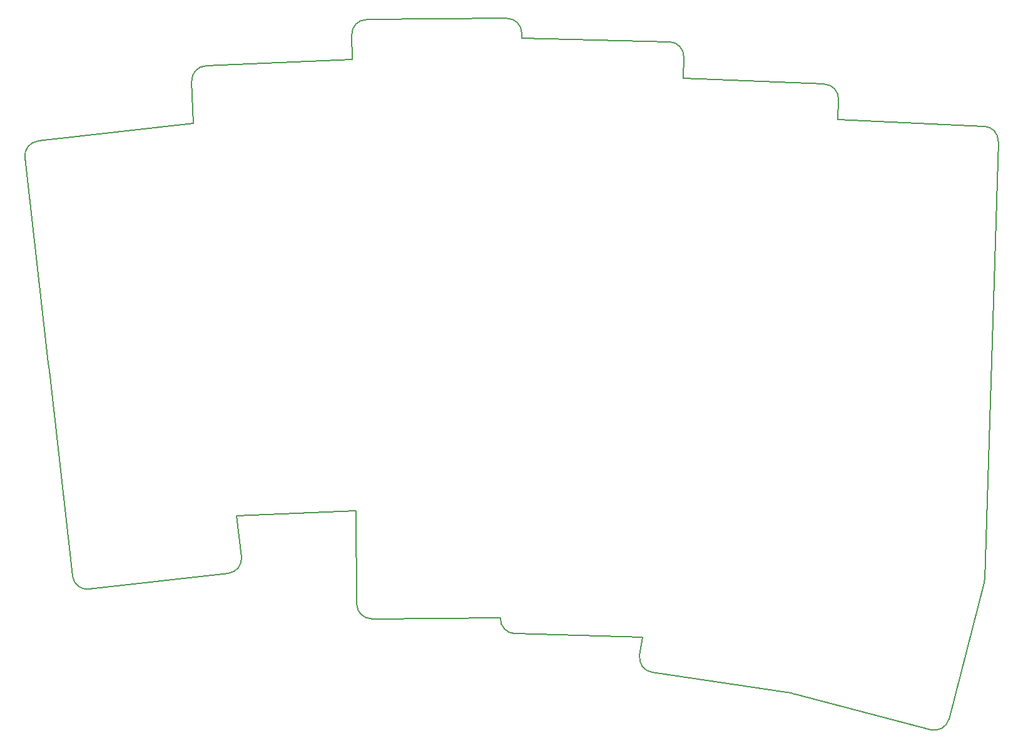
<source format=gbr>
%TF.GenerationSoftware,KiCad,Pcbnew,7.0.7*%
%TF.CreationDate,2023-10-01T20:22:27+02:00*%
%TF.ProjectId,goose_bottom,676f6f73-655f-4626-9f74-746f6d2e6b69,v1.0.0*%
%TF.SameCoordinates,Original*%
%TF.FileFunction,Profile,NP*%
%FSLAX46Y46*%
G04 Gerber Fmt 4.6, Leading zero omitted, Abs format (unit mm)*
G04 Created by KiCad (PCBNEW 7.0.7) date 2023-10-01 20:22:27*
%MOMM*%
%LPD*%
G01*
G04 APERTURE LIST*
%TA.AperFunction,Profile*%
%ADD10C,0.150000*%
%TD*%
G04 APERTURE END LIST*
D10*
X171720394Y-177703000D02*
X190598259Y-175552139D01*
X190598259Y-175552139D02*
G75*
G03*
X192358997Y-173338589I-226406J1987144D01*
G01*
X192358997Y-173338589D02*
X191726895Y-167790704D01*
X191726895Y-167790704D02*
X207845545Y-167086949D01*
X207845545Y-167086949D02*
X207955834Y-179724821D01*
X207955834Y-179724821D02*
G75*
G03*
X209973211Y-181707292I1999924J17453D01*
G01*
X209973211Y-181707292D02*
X227401555Y-181555197D01*
X227401555Y-181555197D02*
X227398666Y-181665545D01*
X227398666Y-181665545D02*
G75*
G03*
X229345627Y-183717214I1999315J-52354D01*
G01*
X229345627Y-183717214D02*
X246608221Y-184169251D01*
X246608221Y-184169251D02*
X246234576Y-186669364D01*
X246234576Y-186669364D02*
G75*
G03*
X247916989Y-188943015I1978032J-295619D01*
G01*
X247916989Y-188943014D02*
X266708291Y-191751393D01*
X266708291Y-191751392D02*
G75*
G03*
X266798427Y-191762776I295618J1978031D01*
G01*
X266798427Y-191762777D02*
G75*
G03*
X267263425Y-191947698I965758J1751374D01*
G01*
X267263425Y-191947699D02*
X285658230Y-196704919D01*
X285658230Y-196704918D02*
G75*
G03*
X288095284Y-195269384I500760J1936294D01*
G01*
X288095285Y-195269384D02*
X292852505Y-176874578D01*
X292852504Y-176874578D02*
G75*
G03*
X292915232Y-176436322I-1936294J500760D01*
G01*
X294769025Y-117147795D02*
X292915233Y-176436322D01*
X294769024Y-117147795D02*
G75*
G03*
X292857241Y-115087196I-1999022J62504D01*
G01*
X273026134Y-114221350D02*
X292857241Y-115087194D01*
X273026134Y-114221350D02*
X273146087Y-111473967D01*
X273146086Y-111473967D02*
G75*
G03*
X271235229Y-109388632I-1998096J87239D01*
G01*
X252138064Y-108554832D02*
X271235229Y-109388632D01*
X252138064Y-108554832D02*
X252212400Y-105716077D01*
X252212400Y-105716077D02*
G75*
G03*
X250265439Y-103664408I-1999315J52354D01*
G01*
X230288375Y-103141290D02*
X250265439Y-103664408D01*
X230288375Y-103141290D02*
X230282579Y-102477045D01*
X230282579Y-102477045D02*
G75*
G03*
X228265202Y-100494574I-1999924J-17453D01*
G01*
X228265202Y-100494574D02*
X209265925Y-100660378D01*
X209265925Y-100660378D02*
G75*
G03*
X207283454Y-102677755I17453J-1999924D01*
G01*
X207283454Y-102677755D02*
X207312902Y-106052091D01*
X187534780Y-106915622D02*
X207312902Y-106052091D01*
X187534780Y-106915623D02*
G75*
G03*
X185623922Y-109000957I87238J-1998096D01*
G01*
X185623922Y-109000958D02*
X185872569Y-114695910D01*
X164814998Y-117095117D02*
X185872569Y-114695910D01*
X164814998Y-117095117D02*
G75*
G03*
X163054261Y-119308668I226407J-1987144D01*
G01*
X163054261Y-119308667D02*
X166223951Y-147128679D01*
X166280553Y-147625465D02*
X166223951Y-147128679D01*
X166337154Y-148122250D02*
X166280552Y-147625464D01*
X166337154Y-148122251D02*
X169506844Y-175942263D01*
X169506844Y-175942263D02*
G75*
G03*
X171720395Y-177703000I1987144J226407D01*
G01*
M02*

</source>
